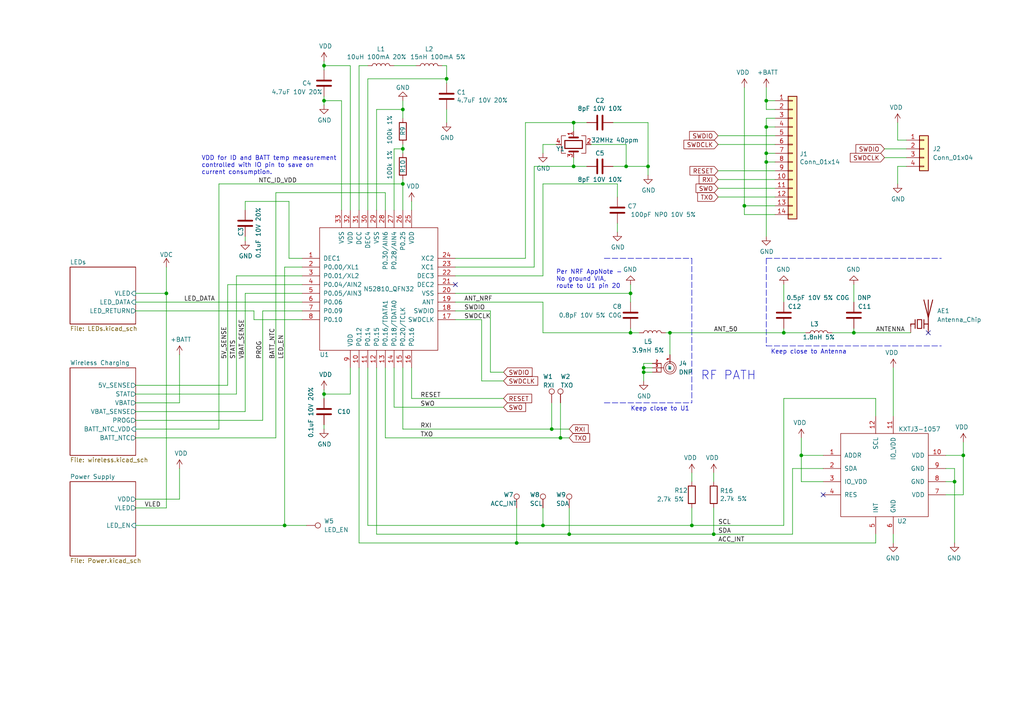
<source format=kicad_sch>
(kicad_sch (version 20211123) (generator eeschema)
  (paper "A4")
  (title_block (title "Pixels D20 Schematic, Main") (date "2022-08-26") (rev "13") (company "Systemic Games, LLC") (comment 1 "Main MCU, Accelerometer and Radio"))
  (lib_symbols
    (symbol "Connector_Generic:Conn_01x04" (pin_names (offset 1.016) hide)
      (property "Reference" "J" (at 0 5.08 0))
      (property "Value" "Conn_01x04" (at 0 -7.62 0))
      (symbol "Conn_01x04_1_1"
        (rectangle (start -1.27 -4.953) (end 0 -5.207) (stroke (width 0.1524)))
        (rectangle (start -1.27 -2.413) (end 0 -2.667) (stroke (width 0.1524)))
        (rectangle (start -1.27 0.127) (end 0 -0.127) (stroke (width 0.1524)))
        (rectangle (start -1.27 2.667) (end 0 2.413) (stroke (width 0.1524)))
        (rectangle (start -1.27 3.81) (end 1.27 -6.35) (stroke (width 0.254)) (fill (type background)))
        (pin passive line (at -5.08 2.54 0) (length 3.81) (name "Pin_1") (number "1"))
        (pin passive line (at -5.08 0 0) (length 3.81) (name "Pin_2") (number "2"))
        (pin passive line (at -5.08 -2.54 0) (length 3.81) (name "Pin_3") (number "3"))
        (pin passive line (at -5.08 -5.08 0) (length 3.81) (name "Pin_4") (number "4"))
      )
    )
    (symbol "Connector_Generic:Conn_01x14" (pin_names (offset 1.016) hide)
      (property "Reference" "J" (at 0 17.78 0))
      (property "Value" "Conn_01x14" (at 0 -20.32 0))
      (symbol "Conn_01x14_1_1"
        (rectangle (start -1.27 -17.653) (end 0 -17.907) (stroke (width 0.1524)))
        (rectangle (start -1.27 -15.113) (end 0 -15.367) (stroke (width 0.1524)))
        (rectangle (start -1.27 -12.573) (end 0 -12.827) (stroke (width 0.1524)))
        (rectangle (start -1.27 -10.033) (end 0 -10.287) (stroke (width 0.1524)))
        (rectangle (start -1.27 -7.493) (end 0 -7.747) (stroke (width 0.1524)))
        (rectangle (start -1.27 -4.953) (end 0 -5.207) (stroke (width 0.1524)))
        (rectangle (start -1.27 -2.413) (end 0 -2.667) (stroke (width 0.1524)))
        (rectangle (start -1.27 0.127) (end 0 -0.127) (stroke (width 0.1524)))
        (rectangle (start -1.27 2.667) (end 0 2.413) (stroke (width 0.1524)))
        (rectangle (start -1.27 5.207) (end 0 4.953) (stroke (width 0.1524)))
        (rectangle (start -1.27 7.747) (end 0 7.493) (stroke (width 0.1524)))
        (rectangle (start -1.27 10.287) (end 0 10.033) (stroke (width 0.1524)))
        (rectangle (start -1.27 12.827) (end 0 12.573) (stroke (width 0.1524)))
        (rectangle (start -1.27 15.367) (end 0 15.113) (stroke (width 0.1524)))
        (rectangle (start -1.27 16.51) (end 1.27 -19.05) (stroke (width 0.254)) (fill (type background)))
        (pin passive line (at -5.08 15.24 0) (length 3.81) (name "Pin_1") (number "1"))
        (pin passive line (at -5.08 -7.62 0) (length 3.81) (name "Pin_10") (number "10"))
        (pin passive line (at -5.08 -10.16 0) (length 3.81) (name "Pin_11") (number "11"))
        (pin passive line (at -5.08 -12.7 0) (length 3.81) (name "Pin_12") (number "12"))
        (pin passive line (at -5.08 -15.24 0) (length 3.81) (name "Pin_13") (number "13"))
        (pin passive line (at -5.08 -17.78 0) (length 3.81) (name "Pin_14") (number "14"))
        (pin passive line (at -5.08 12.7 0) (length 3.81) (name "Pin_2") (number "2"))
        (pin passive line (at -5.08 10.16 0) (length 3.81) (name "Pin_3") (number "3"))
        (pin passive line (at -5.08 7.62 0) (length 3.81) (name "Pin_4") (number "4"))
        (pin passive line (at -5.08 5.08 0) (length 3.81) (name "Pin_5") (number "5"))
        (pin passive line (at -5.08 2.54 0) (length 3.81) (name "Pin_6") (number "6"))
        (pin passive line (at -5.08 0 0) (length 3.81) (name "Pin_7") (number "7"))
        (pin passive line (at -5.08 -2.54 0) (length 3.81) (name "Pin_8") (number "8"))
        (pin passive line (at -5.08 -5.08 0) (length 3.81) (name "Pin_9") (number "9"))
      )
    )
    (symbol "Device:Antenna_Chip" (pin_numbers hide) (pin_names (offset 1.016) hide)
      (property "Reference" "AE" (at 0 5.08 0))
      (property "Value" "Antenna_Chip" (at 0 3.175 0))
      (symbol "Antenna_Chip_0_1"
        (polyline (pts (xy -2.54 0) (xy -2.54 -0.635)) (stroke (width 0.254)))
        (polyline (pts (xy -2.54 0) (xy -1.27 0)) (stroke (width 0.254)))
        (polyline (pts (xy 1.27 0) (xy 2.54 0)) (stroke (width 0.254)))
        (polyline (pts (xy 1.27 1.27) (xy 1.27 -1.27)) (stroke (width 0.254)))
        (polyline (pts (xy 2.54 -0.635) (xy 2.54 0)))
        (polyline (pts (xy 2.54 6.985) (xy 2.54 -1.905)) (stroke (width 0.254)))
        (polyline (pts (xy -1.27 1.27) (xy -1.27 -1.27) (xy -1.27 0)) (stroke (width 0.254)))
        (polyline (pts (xy 3.81 6.985) (xy 2.54 1.905) (xy 1.27 6.985)) (stroke (width 0.254)))
        (polyline (pts (xy -0.635 1.27) (xy 0.635 1.27) (xy 0.635 -1.27) (xy -0.635 -1.27) (xy -0.635 1.27)) (stroke (width 0.254)))
      )
      (symbol "Antenna_Chip_1_1"
        (pin input line (at -2.54 -2.54 90) (length 2.54) (name "FEED") (number "1"))
        (pin passive line (at 2.54 -2.54 90) (length 2.54) (name "PCB_Trace") (number "2"))
      )
    )
    (symbol "Device:C" (pin_numbers hide) (pin_names (offset 0.254))
      (property "Reference" "C" (at 0.635 2.54 0))
      (property "Value" "C" (at 0.635 -2.54 0))
      (symbol "C_0_1"
        (polyline (pts (xy -2.032 -0.762) (xy 2.032 -0.762)) (stroke (width 0.508)))
        (polyline (pts (xy -2.032 0.762) (xy 2.032 0.762)) (stroke (width 0.508)))
      )
      (symbol "C_1_1"
        (pin passive line (at 0 3.81 270) (length 2.794) (name "~") (number "1"))
        (pin passive line (at 0 -3.81 90) (length 2.794) (name "~") (number "2"))
      )
    )
    (symbol "Device:Crystal_GND24" (pin_names (offset 1.016) hide)
      (property "Reference" "Y" (at 3.175 5.08 0))
      (property "Value" "Crystal_GND24" (at 3.175 3.175 0))
      (symbol "Crystal_GND24_0_1"
        (rectangle (start -1.143 2.54) (end 1.143 -2.54) (stroke (width 0.3048)))
        (polyline (pts (xy -2.54 0) (xy -2.032 0)))
        (polyline (pts (xy -2.032 -1.27) (xy -2.032 1.27)) (stroke (width 0.508)))
        (polyline (pts (xy 0 -3.81) (xy 0 -3.556)))
        (polyline (pts (xy 0 3.556) (xy 0 3.81)))
        (polyline (pts (xy 2.032 -1.27) (xy 2.032 1.27)) (stroke (width 0.508)))
        (polyline (pts (xy 2.032 0) (xy 2.54 0)))
        (polyline (pts (xy -2.54 -2.286) (xy -2.54 -3.556) (xy 2.54 -3.556) (xy 2.54 -2.286)))
        (polyline (pts (xy -2.54 2.286) (xy -2.54 3.556) (xy 2.54 3.556) (xy 2.54 2.286)))
      )
      (symbol "Crystal_GND24_1_1"
        (pin passive line (at -3.81 0 0) (length 1.27) (name "1") (number "1"))
        (pin passive line (at 0 5.08 270) (length 1.27) (name "2") (number "2"))
        (pin passive line (at 3.81 0 180) (length 1.27) (name "3") (number "3"))
        (pin passive line (at 0 -5.08 90) (length 1.27) (name "4") (number "4"))
      )
    )
    (symbol "Device:L" (pin_numbers hide) (pin_names (offset 1.016) hide)
      (property "Reference" "L" (at -1.27 0 90))
      (property "Value" "L" (at 1.905 0 90))
      (symbol "L_0_1"
        (arc (start 0 -2.54) (mid 0.635 -1.905) (end 0 -1.27))
        (arc (start 0 -1.27) (mid 0.635 -0.635) (end 0 0))
        (arc (start 0 0) (mid 0.635 0.635) (end 0 1.27))
        (arc (start 0 1.27) (mid 0.635 1.905) (end 0 2.54))
      )
      (symbol "L_1_1"
        (pin passive line (at 0 3.81 270) (length 1.27) (name "1") (number "1"))
        (pin passive line (at 0 -3.81 90) (length 1.27) (name "2") (number "2"))
      )
    )
    (symbol "Device:R" (pin_numbers hide) (pin_names (offset 0))
      (property "Reference" "R" (at 2.032 0 90))
      (property "Value" "R" (at 0 0 90))
      (symbol "R_0_1"
        (rectangle (start -1.016 -2.54) (end 1.016 2.54) (stroke (width 0.254)))
      )
      (symbol "R_1_1"
        (pin passive line (at 0 3.81 270) (length 1.27) (name "~") (number "1"))
        (pin passive line (at 0 -3.81 90) (length 1.27) (name "~") (number "2"))
      )
    )
    (symbol "Pixels-dice:KXTJ3-1057" (pin_names (offset 1.016))
      (property "Reference" "U" (at 10.16 -12.7 0))
      (property "Value" "KXTJ3-1057" (at 8.89 13.97 0))
      (symbol "KXTJ3-1057_0_1"
        (rectangle (start -12.7 12.7) (end 12.7 -11.43))
      )
      (symbol "KXTJ3-1057_1_1"
        (pin input line (at -17.78 6.35 0) (length 5.08) (name "ADDR") (number "1"))
        (pin power_in line (at 17.78 6.35 180) (length 5.08) (name "VDD") (number "10"))
        (pin power_in line (at 2.54 17.78 270) (length 5.08) (name "IO_VDD") (number "11"))
        (pin input line (at -2.54 17.78 270) (length 5.08) (name "SCL") (number "12"))
        (pin bidirectional line (at -17.78 2.54 0) (length 5.08) (name "SDA") (number "2"))
        (pin power_in line (at -17.78 -1.27 0) (length 5.08) (name "IO_VDD") (number "3"))
        (pin passive line (at -17.78 -5.08 0) (length 5.08) (name "RES") (number "4"))
        (pin output line (at -2.54 -16.51 90) (length 5.08) (name "INT") (number "5"))
        (pin power_in line (at 2.54 -16.51 90) (length 5.08) (name "GND") (number "6"))
        (pin power_in line (at 17.78 -5.08 180) (length 5.08) (name "VDD") (number "7"))
        (pin power_in line (at 17.78 -1.27 180) (length 5.08) (name "GND") (number "8"))
        (pin power_in line (at 17.78 2.54 180) (length 5.08) (name "GND") (number "9"))
      )
    )
    (symbol "Pixels-dice:N52810_QFN32" (pin_names (offset 1.016))
      (property "Reference" "U" (at 13.97 -19.05 0))
      (property "Value" "N52810_QFN32" (at 2.54 0 0))
      (symbol "N52810_QFN32_0_1"
        (rectangle (start -17.78 17.78) (end 16.51 -17.78))
      )
      (symbol "N52810_QFN32_1_1"
        (pin power_out line (at -22.86 8.89 0) (length 5.08) (name "DEC1") (number "1"))
        (pin bidirectional line (at -6.35 -22.86 90) (length 5.08) (name "P0.12") (number "10"))
        (pin bidirectional line (at -3.81 -22.86 90) (length 5.08) (name "P0.14") (number "11"))
        (pin bidirectional line (at -1.27 -22.86 90) (length 5.08) (name "P0.15") (number "12"))
        (pin bidirectional line (at 1.27 -22.86 90) (length 5.08) (name "P0.16/TDATA1") (number "13"))
        (pin bidirectional line (at 3.81 -22.86 90) (length 5.08) (name "P0.18/TDATA0") (number "14"))
        (pin bidirectional line (at 6.35 -22.86 90) (length 5.08) (name "P0.20/TCLK") (number "15"))
        (pin bidirectional line (at 8.89 -22.86 90) (length 5.08) (name "P0.16") (number "16"))
        (pin bidirectional line (at 21.59 -8.89 180) (length 5.08) (name "SWDCLK") (number "17"))
        (pin bidirectional line (at 21.59 -6.35 180) (length 5.08) (name "SWDIO") (number "18"))
        (pin output line (at 21.59 -3.81 180) (length 5.08) (name "ANT") (number "19"))
        (pin bidirectional line (at -22.86 6.35 0) (length 5.08) (name "P0.00/XL1") (number "2"))
        (pin output line (at 21.59 -1.27 180) (length 5.08) (name "VSS") (number "20"))
        (pin output line (at 21.59 1.27 180) (length 5.08) (name "DEC2") (number "21"))
        (pin output line (at 21.59 3.81 180) (length 5.08) (name "DEC3") (number "22"))
        (pin output line (at 21.59 6.35 180) (length 5.08) (name "XC1") (number "23"))
        (pin input line (at 21.59 8.89 180) (length 5.08) (name "XC2") (number "24"))
        (pin power_in line (at 8.89 22.86 270) (length 5.08) (name "VDD") (number "25"))
        (pin bidirectional line (at 6.35 22.86 270) (length 5.08) (name "P0.25") (number "26"))
        (pin bidirectional line (at 3.81 22.86 270) (length 5.08) (name "P0.28/AIN4") (number "27"))
        (pin bidirectional line (at 1.27 22.86 270) (length 5.08) (name "P0.30/AIN6") (number "28"))
        (pin power_in line (at -1.27 22.86 270) (length 5.08) (name "VSS") (number "29"))
        (pin bidirectional line (at -22.86 3.81 0) (length 5.08) (name "P0.01/XL2") (number "3"))
        (pin output line (at -3.81 22.86 270) (length 5.08) (name "DEC4") (number "30"))
        (pin output line (at -6.35 22.86 270) (length 5.08) (name "DCC") (number "31"))
        (pin power_in line (at -8.89 22.86 270) (length 5.08) (name "VDD") (number "32"))
        (pin power_in line (at -11.43 22.86 270) (length 5.08) (name "VSS") (number "33"))
        (pin bidirectional line (at -22.86 1.27 0) (length 5.08) (name "P0.04/AIN2") (number "4"))
        (pin bidirectional line (at -22.86 -1.27 0) (length 5.08) (name "P0.05/AIN3") (number "5"))
        (pin bidirectional line (at -22.86 -3.81 0) (length 5.08) (name "P0.06") (number "6"))
        (pin bidirectional line (at -22.86 -6.35 0) (length 5.08) (name "P0.09") (number "7"))
        (pin bidirectional line (at -22.86 -8.89 0) (length 5.08) (name "P0.10") (number "8"))
        (pin power_in line (at -8.89 -22.86 90) (length 5.08) (name "VDD") (number "9"))
      )
    )
    (symbol "Pixels-dice:TEST_1P-conn" (pin_numbers hide) (pin_names (offset 0.762) hide)
      (property "Reference" "W" (at 0 6.858 0))
      (property "Value" "TEST_1P-conn" (at 0 5.08 0))
      (symbol "TEST_1P-conn_0_1"
        (circle (center 0 3.302) (radius 0.762))
      )
      (symbol "TEST_1P-conn_1_1"
        (pin passive line (at 0 0 90) (length 2.54) (name "1") (number "1"))
      )
    )
    (symbol "Pixels-dice:W.FL"
      (property "Reference" "J" (at 3.81 -1.27 0))
      (property "Value" "W.FL" (at 4.445 1.27 0))
      (symbol "W.FL_0_1"
        (polyline (pts (xy -1.27 -2.54) (xy 1.27 -2.54)))
        (polyline (pts (xy 0 -2.54) (xy 0 -1.905)))
        (circle (center 0 0) (radius 1.27))
        (circle (center 0 0) (radius 1.7961))
      )
      (symbol "W.FL_1_1"
        (pin passive line (at 1.27 -5.08 90) (length 2.54) (name "") (number "1"))
        (pin passive line (at -1.27 -5.08 90) (length 2.54) (name "") (number "2"))
        (pin passive line (at 0 -5.08 90) (length 2.54) (name "") (number "3"))
        (pin passive line (at -3.81 0 0) (length 2.54) (name "RF") (number "4"))
      )
    )
    (symbol "power:+BATT" (power) (pin_names (offset 0))
      (property "Value" "+BATT" (at 0 3.556 0))
      (symbol "+BATT_0_1"
        (polyline (pts (xy -0.762 1.27) (xy 0 2.54)))
        (polyline (pts (xy 0 0) (xy 0 2.54)))
        (polyline (pts (xy 0 2.54) (xy 0.762 1.27)))
      )
      (symbol "+BATT_1_1"
        (pin power_in line (at 0 0 90) (length 0) hide (name "+BATT") (number "1"))
      )
    )
    (symbol "power:GND" (power) (pin_names (offset 0))
      (property "Value" "GND" (at 0 -3.81 0))
      (symbol "GND_0_1"
        (polyline (pts (xy 0 0) (xy 0 -1.27) (xy 1.27 -1.27) (xy 0 -2.54) (xy -1.27 -1.27) (xy 0 -1.27)))
      )
      (symbol "GND_1_1"
        (pin power_in line (at 0 0 270) (length 0) hide (name "GND") (number "1"))
      )
    )
    (symbol "power:VDC" (power) (pin_names (offset 0))
      (property "Value" "VDC" (at 0 6.35 0))
      (symbol "VDC_0_1"
        (polyline (pts (xy -0.762 1.27) (xy 0 2.54)))
        (polyline (pts (xy 0 0) (xy 0 2.54)))
        (polyline (pts (xy 0 2.54) (xy 0.762 1.27)))
      )
      (symbol "VDC_1_1"
        (pin power_in line (at 0 0 90) (length 0) hide (name "VDC") (number "1"))
      )
    )
    (symbol "power:VDD" (power) (pin_names (offset 0))
      (property "Value" "VDD" (at 0 3.81 0))
      (symbol "VDD_0_1"
        (polyline (pts (xy -0.762 1.27) (xy 0 2.54)))
        (polyline (pts (xy 0 0) (xy 0 2.54)))
        (polyline (pts (xy 0 2.54) (xy 0.762 1.27)))
      )
      (symbol "VDD_1_1"
        (pin power_in line (at 0 0 90) (length 0) hide (name "VDD") (number "1"))
      )
    )
  )
  (junction (at 279.4 132.08))
  (junction (at 181.61 48.26))
  (junction (at 276.86 139.7))
  (junction (at 93.98 19.05))
  (junction (at 194.31 96.52))
  (junction (at 116.84 43.18))
  (junction (at 116.84 53.34))
  (junction (at 166.37 48.26))
  (junction (at 149.86 157.48))
  (junction (at 182.88 96.52))
  (junction (at 165.1 154.94))
  (junction (at 207.01 154.94))
  (junction (at 222.25 36.83))
  (junction (at 93.98 114.3))
  (junction (at 116.84 31.75))
  (junction (at 227.33 96.52))
  (junction (at 129.54 22.86))
  (junction (at 182.88 85.09))
  (junction (at 82.55 152.4))
  (junction (at 222.25 44.45))
  (junction (at 247.65 96.52))
  (junction (at 222.25 29.21))
  (junction (at 187.96 48.26))
  (junction (at 222.25 46.99))
  (junction (at 48.26 85.09))
  (junction (at 162.56 127))
  (junction (at 232.41 132.08))
  (junction (at 215.9 59.69))
  (junction (at 157.48 152.4))
  (junction (at 160.02 124.46))
  (junction (at 93.98 29.21))
  (junction (at 200.66 152.4))
  (junction (at 186.69 107.95))
  (junction (at 166.37 35.56))
  (junction (at 186.69 106.68))
  (no_connect (at 132.08 82.55))
  (no_connect (at 238.76 143.51))
  (no_connect (at 269.24 96.52))
  (wire (pts (xy 99.06 29.21) (xy 93.98 29.21)))
  (wire (pts (xy 99.06 60.96) (xy 99.06 29.21)))
  (wire (pts (xy 222.25 34.29) (xy 222.25 36.83)))
  (wire (pts (xy 207.01 137.16) (xy 207.01 139.7)))
  (wire (pts (xy 149.86 147.32) (xy 149.86 157.48)))
  (wire (pts (xy 109.22 31.75) (xy 109.22 60.96)))
  (wire (pts (xy 181.61 41.91) (xy 181.61 48.26)))
  (wire (pts (xy 116.84 29.21) (xy 116.84 31.75)))
  (wire (pts (xy 116.84 53.34) (xy 116.84 60.96)))
  (wire (pts (xy 68.58 80.01) (xy 68.58 114.3)))
  (wire (pts (xy 154.94 77.47) (xy 154.94 48.26)))
  (wire (pts (xy 93.98 19.05) (xy 93.98 20.32)))
  (wire (pts (xy 232.41 139.7) (xy 232.41 132.08)))
  (wire (pts (xy 279.4 143.51) (xy 274.32 143.51)))
  (wire (pts (xy 101.6 19.05) (xy 93.98 19.05)))
  (wire (pts (xy 177.8 48.26) (xy 181.61 48.26)))
  (wire (pts (xy 157.48 80.01) (xy 132.08 80.01)))
  (wire (pts (xy 139.7 110.49) (xy 146.05 110.49)))
  (wire (pts (xy 132.08 74.93) (xy 152.4 74.93)))
  (wire (pts (xy 238.76 135.89) (xy 229.87 135.89)))
  (wire (pts (xy 207.01 147.32) (xy 207.01 154.94)))
  (polyline (pts (xy 222.25 74.93) (xy 222.25 100.33)))
  (wire (pts (xy 187.96 35.56) (xy 187.96 48.26)))
  (wire (pts (xy 224.79 46.99) (xy 222.25 46.99)))
  (wire (pts (xy 160.02 124.46) (xy 165.1 124.46)))
  (wire (pts (xy 166.37 35.56) (xy 170.18 35.56)))
  (wire (pts (xy 189.23 106.68) (xy 186.69 106.68)))
  (wire (pts (xy 259.08 154.94) (xy 259.08 157.48)))
  (wire (pts (xy 39.37 114.3) (xy 68.58 114.3)))
  (polyline (pts (xy 222.25 100.33) (xy 273.05 100.33)))
  (wire (pts (xy 132.08 87.63) (xy 157.48 87.63)))
  (wire (pts (xy 208.28 41.91) (xy 224.79 41.91)))
  (wire (pts (xy 39.37 147.32) (xy 48.26 147.32)))
  (wire (pts (xy 215.9 59.69) (xy 215.9 62.23)))
  (wire (pts (xy 116.84 124.46) (xy 116.84 106.68)))
  (wire (pts (xy 39.37 90.17) (xy 73.66 90.17)))
  (wire (pts (xy 162.56 127) (xy 165.1 127)))
  (wire (pts (xy 80.01 55.88) (xy 111.76 55.88)))
  (wire (pts (xy 186.69 105.41) (xy 186.69 106.68)))
  (wire (pts (xy 111.76 55.88) (xy 111.76 60.96)))
  (wire (pts (xy 129.54 31.75) (xy 129.54 35.56)))
  (wire (pts (xy 39.37 111.76) (xy 66.04 111.76)))
  (wire (pts (xy 93.98 114.3) (xy 93.98 115.57)))
  (wire (pts (xy 132.08 85.09) (xy 182.88 85.09)))
  (wire (pts (xy 256.54 43.18) (xy 262.89 43.18)))
  (wire (pts (xy 149.86 157.48) (xy 254 157.48)))
  (wire (pts (xy 66.04 82.55) (xy 66.04 111.76)))
  (wire (pts (xy 224.79 59.69) (xy 215.9 59.69)))
  (wire (pts (xy 73.66 90.17) (xy 73.66 92.71)))
  (wire (pts (xy 274.32 139.7) (xy 276.86 139.7)))
  (wire (pts (xy 157.48 96.52) (xy 182.88 96.52)))
  (wire (pts (xy 152.4 74.93) (xy 152.4 35.56)))
  (wire (pts (xy 106.68 106.68) (xy 106.68 152.4)))
  (wire (pts (xy 132.08 90.17) (xy 142.24 90.17)))
  (wire (pts (xy 114.3 106.68) (xy 114.3 118.11)))
  (wire (pts (xy 101.6 60.96) (xy 101.6 19.05)))
  (wire (pts (xy 254 120.65) (xy 254 115.57)))
  (wire (pts (xy 222.25 31.75) (xy 224.79 31.75)))
  (wire (pts (xy 93.98 114.3) (xy 93.98 113.03)))
  (wire (pts (xy 189.23 107.95) (xy 186.69 107.95)))
  (wire (pts (xy 142.24 107.95) (xy 146.05 107.95)))
  (wire (pts (xy 222.25 29.21) (xy 222.25 31.75)))
  (wire (pts (xy 161.29 41.91) (xy 157.48 41.91)))
  (wire (pts (xy 160.02 116.84) (xy 160.02 124.46)))
  (wire (pts (xy 256.54 45.72) (xy 262.89 45.72)))
  (wire (pts (xy 222.25 44.45) (xy 222.25 46.99)))
  (wire (pts (xy 129.54 22.86) (xy 129.54 24.13)))
  (wire (pts (xy 52.07 144.78) (xy 52.07 135.89)))
  (wire (pts (xy 186.69 106.68) (xy 186.69 107.95)))
  (wire (pts (xy 194.31 96.52) (xy 194.31 102.87)))
  (wire (pts (xy 104.14 60.96) (xy 104.14 19.05)))
  (wire (pts (xy 114.3 60.96) (xy 114.3 43.18)))
  (wire (pts (xy 39.37 87.63) (xy 87.63 87.63)))
  (wire (pts (xy 128.27 19.05) (xy 129.54 19.05)))
  (wire (pts (xy 129.54 22.86) (xy 106.68 22.86)))
  (wire (pts (xy 165.1 154.94) (xy 207.01 154.94)))
  (wire (pts (xy 260.35 48.26) (xy 260.35 53.34)))
  (wire (pts (xy 208.28 49.53) (xy 224.79 49.53)))
  (wire (pts (xy 232.41 132.08) (xy 238.76 132.08)))
  (wire (pts (xy 193.04 96.52) (xy 194.31 96.52)))
  (wire (pts (xy 177.8 35.56) (xy 187.96 35.56)))
  (wire (pts (xy 222.25 36.83) (xy 222.25 44.45)))
  (wire (pts (xy 76.2 121.92) (xy 39.37 121.92)))
  (wire (pts (xy 39.37 85.09) (xy 48.26 85.09)))
  (wire (pts (xy 274.32 135.89) (xy 276.86 135.89)))
  (wire (pts (xy 279.4 132.08) (xy 279.4 143.51)))
  (wire (pts (xy 114.3 43.18) (xy 116.84 43.18)))
  (polyline (pts (xy 175.26 116.84) (xy 200.66 116.84)))
  (wire (pts (xy 73.66 92.71) (xy 87.63 92.71)))
  (wire (pts (xy 154.94 48.26) (xy 166.37 48.26)))
  (wire (pts (xy 247.65 82.55) (xy 247.65 87.63)))
  (wire (pts (xy 232.41 132.08) (xy 232.41 127)))
  (wire (pts (xy 101.6 114.3) (xy 93.98 114.3)))
  (wire (pts (xy 111.76 127) (xy 162.56 127)))
  (wire (pts (xy 227.33 96.52) (xy 233.68 96.52)))
  (wire (pts (xy 194.31 96.52) (xy 227.33 96.52)))
  (wire (pts (xy 227.33 115.57) (xy 227.33 152.4)))
  (wire (pts (xy 276.86 139.7) (xy 276.86 157.48)))
  (wire (pts (xy 82.55 77.47) (xy 82.55 152.4)))
  (wire (pts (xy 200.66 137.16) (xy 200.66 139.7)))
  (polyline (pts (xy 200.66 74.93) (xy 200.66 116.84)))
  (wire (pts (xy 88.9 152.4) (xy 82.55 152.4)))
  (wire (pts (xy 222.25 34.29) (xy 224.79 34.29)))
  (wire (pts (xy 166.37 48.26) (xy 170.18 48.26)))
  (wire (pts (xy 215.9 62.23) (xy 224.79 62.23)))
  (wire (pts (xy 222.25 46.99) (xy 222.25 68.58)))
  (wire (pts (xy 182.88 82.55) (xy 182.88 85.09)))
  (wire (pts (xy 116.84 124.46) (xy 160.02 124.46)))
  (wire (pts (xy 179.07 53.34) (xy 179.07 57.15)))
  (wire (pts (xy 93.98 29.21) (xy 93.98 30.48)))
  (wire (pts (xy 119.38 106.68) (xy 119.38 115.57)))
  (wire (pts (xy 208.28 57.15) (xy 224.79 57.15)))
  (wire (pts (xy 157.48 152.4) (xy 200.66 152.4)))
  (wire (pts (xy 152.4 35.56) (xy 166.37 35.56)))
  (wire (pts (xy 39.37 144.78) (xy 52.07 144.78)))
  (wire (pts (xy 186.69 107.95) (xy 186.69 110.49)))
  (wire (pts (xy 39.37 119.38) (xy 71.12 119.38)))
  (wire (pts (xy 129.54 19.05) (xy 129.54 22.86)))
  (wire (pts (xy 241.3 96.52) (xy 247.65 96.52)))
  (wire (pts (xy 48.26 85.09) (xy 48.26 147.32)))
  (wire (pts (xy 82.55 77.47) (xy 87.63 77.47)))
  (wire (pts (xy 200.66 152.4) (xy 227.33 152.4)))
  (wire (pts (xy 109.22 154.94) (xy 165.1 154.94)))
  (wire (pts (xy 119.38 58.42) (xy 119.38 60.96)))
  (wire (pts (xy 82.55 152.4) (xy 39.37 152.4)))
  (wire (pts (xy 208.28 54.61) (xy 224.79 54.61)))
  (wire (pts (xy 87.63 82.55) (xy 66.04 82.55)))
  (wire (pts (xy 116.84 52.07) (xy 116.84 53.34)))
  (wire (pts (xy 104.14 19.05) (xy 106.68 19.05)))
  (wire (pts (xy 227.33 82.55) (xy 227.33 87.63)))
  (wire (pts (xy 87.63 80.01) (xy 68.58 80.01)))
  (wire (pts (xy 104.14 157.48) (xy 149.86 157.48)))
  (wire (pts (xy 139.7 92.71) (xy 139.7 110.49)))
  (wire (pts (xy 39.37 127) (xy 80.01 127)))
  (wire (pts (xy 171.45 41.91) (xy 181.61 41.91)))
  (polyline (pts (xy 175.26 74.93) (xy 200.66 74.93)))
  (wire (pts (xy 93.98 19.05) (xy 93.98 17.78)))
  (wire (pts (xy 48.26 85.09) (xy 48.26 77.47)))
  (wire (pts (xy 157.48 87.63) (xy 157.48 96.52)))
  (polyline (pts (xy 222.25 74.93) (xy 273.05 74.93)))
  (wire (pts (xy 132.08 92.71) (xy 139.7 92.71)))
  (wire (pts (xy 165.1 147.32) (xy 165.1 154.94)))
  (wire (pts (xy 229.87 135.89) (xy 229.87 154.94)))
  (wire (pts (xy 224.79 44.45) (xy 222.25 44.45)))
  (wire (pts (xy 71.12 68.58) (xy 71.12 69.85)))
  (wire (pts (xy 146.05 115.57) (xy 119.38 115.57)))
  (wire (pts (xy 116.84 43.18) (xy 116.84 44.45)))
  (wire (pts (xy 222.25 25.4) (xy 222.25 29.21)))
  (wire (pts (xy 162.56 116.84) (xy 162.56 127)))
  (wire (pts (xy 260.35 40.64) (xy 262.89 40.64)))
  (wire (pts (xy 157.48 147.32) (xy 157.48 152.4)))
  (wire (pts (xy 83.82 58.42) (xy 71.12 58.42)))
  (wire (pts (xy 63.5 53.34) (xy 63.5 124.46)))
  (wire (pts (xy 182.88 95.25) (xy 182.88 96.52)))
  (wire (pts (xy 142.24 90.17) (xy 142.24 107.95)))
  (wire (pts (xy 109.22 31.75) (xy 116.84 31.75)))
  (wire (pts (xy 279.4 128.27) (xy 279.4 132.08)))
  (wire (pts (xy 87.63 74.93) (xy 83.82 74.93)))
  (wire (pts (xy 93.98 27.94) (xy 93.98 29.21)))
  (wire (pts (xy 157.48 53.34) (xy 157.48 80.01)))
  (wire (pts (xy 254 154.94) (xy 254 157.48)))
  (wire (pts (xy 106.68 22.86) (xy 106.68 60.96)))
  (wire (pts (xy 71.12 85.09) (xy 71.12 119.38)))
  (wire (pts (xy 181.61 48.26) (xy 187.96 48.26)))
  (wire (pts (xy 83.82 74.93) (xy 83.82 58.42)))
  (wire (pts (xy 247.65 96.52) (xy 264.16 96.52)))
  (wire (pts (xy 207.01 154.94) (xy 229.87 154.94)))
  (wire (pts (xy 260.35 35.56) (xy 260.35 40.64)))
  (wire (pts (xy 76.2 90.17) (xy 76.2 121.92)))
  (wire (pts (xy 116.84 41.91) (xy 116.84 43.18)))
  (wire (pts (xy 182.88 96.52) (xy 185.42 96.52)))
  (wire (pts (xy 80.01 55.88) (xy 80.01 127)))
  (wire (pts (xy 116.84 31.75) (xy 116.84 34.29)))
  (wire (pts (xy 39.37 116.84) (xy 52.07 116.84)))
  (wire (pts (xy 182.88 85.09) (xy 182.88 87.63)))
  (wire (pts (xy 104.14 106.68) (xy 104.14 157.48)))
  (wire (pts (xy 179.07 64.77) (xy 179.07 67.31)))
  (wire (pts (xy 157.48 41.91) (xy 157.48 44.45)))
  (wire (pts (xy 63.5 124.46) (xy 39.37 124.46)))
  (wire (pts (xy 63.5 53.34) (xy 116.84 53.34)))
  (wire (pts (xy 114.3 19.05) (xy 120.65 19.05)))
  (wire (pts (xy 187.96 48.26) (xy 187.96 50.8)))
  (wire (pts (xy 166.37 45.72) (xy 166.37 48.26)))
  (wire (pts (xy 208.28 39.37) (xy 224.79 39.37)))
  (wire (pts (xy 166.37 38.1) (xy 166.37 35.56)))
  (wire (pts (xy 279.4 132.08) (xy 274.32 132.08)))
  (wire (pts (xy 254 115.57) (xy 227.33 115.57)))
  (wire (pts (xy 179.07 53.34) (xy 157.48 53.34)))
  (wire (pts (xy 238.76 139.7) (xy 232.41 139.7)))
  (wire (pts (xy 87.63 90.17) (xy 76.2 90.17)))
  (wire (pts (xy 247.65 95.25) (xy 247.65 96.52)))
  (wire (pts (xy 146.05 118.11) (xy 114.3 118.11)))
  (wire (pts (xy 260.35 48.26) (xy 262.89 48.26)))
  (wire (pts (xy 71.12 58.42) (xy 71.12 60.96)))
  (wire (pts (xy 224.79 36.83) (xy 222.25 36.83)))
  (wire (pts (xy 111.76 127) (xy 111.76 106.68)))
  (wire (pts (xy 109.22 106.68) (xy 109.22 154.94)))
  (wire (pts (xy 215.9 25.4) (xy 215.9 59.69)))
  (wire (pts (xy 276.86 135.89) (xy 276.86 139.7)))
  (wire (pts (xy 259.08 106.68) (xy 259.08 120.65)))
  (wire (pts (xy 189.23 105.41) (xy 186.69 105.41)))
  (wire (pts (xy 222.25 29.21) (xy 224.79 29.21)))
  (wire (pts (xy 132.08 77.47) (xy 154.94 77.47)))
  (wire (pts (xy 200.66 147.32) (xy 200.66 152.4)))
  (wire (pts (xy 101.6 106.68) (xy 101.6 114.3)))
  (wire (pts (xy 52.07 102.87) (xy 52.07 116.84)))
  (wire (pts (xy 87.63 85.09) (xy 71.12 85.09)))
  (wire (pts (xy 208.28 52.07) (xy 224.79 52.07)))
  (wire (pts (xy 227.33 95.25) (xy 227.33 96.52)))
  (wire (pts (xy 106.68 152.4) (xy 157.48 152.4)))
  (wire (pts (xy 93.98 123.19) (xy 93.98 124.46)))
  (text "Per NRF AppNote -\nNo ground VIA,\nroute to U1 pin 20" (at 161.29 83.82 0) (effects (font (size 1.27 1.27)) (justify left bottom)))
  (text "RF PATH" (at 203.2 110.49 0) (effects (font (size 2.54 2.54)) (justify left bottom)))
  (text "Keep close to Antenna" (at 223.52 102.87 0) (effects (font (size 1.27 1.27)) (justify left bottom)))
  (text "VDD for ID and BATT temp measurement\ncontrolled with IO pin to save on\ncurrent consumption." (at 58.42 50.8 0) (effects (font (size 1.27 1.27)) (justify left bottom)))
  (text "Keep close to U1" (at 182.88 119.38 0) (effects (font (size 1.27 1.27)) (justify left bottom)))
  (label "BATT_NTC" (at 80.01 104.14 90))
  (label "TXO" (at 121.92 127 0))
  (label "PROG" (at 76.2 104.14 90))
  (label "ACC_INT" (at 208.28 157.48 0))
  (label "ANT_50" (at 207.01 96.52 0))
  (label "SWDCLK" (at 134.62 92.71 0))
  (label "NTC_ID_VDD" (at 74.93 53.34 0))
  (label "VBAT_SENSE" (at 71.12 104.14 90))
  (label "5V_SENSE" (at 66.04 104.14 90))
  (label "ANT_NRF" (at 134.62 87.63 0))
  (label "SDA" (at 208.28 154.94 0))
  (label "LED_EN" (at 82.55 104.14 90))
  (label "ANTENNA" (at 254 96.52 0))
  (label "RXI" (at 121.92 124.46 0))
  (label "SWDIO" (at 134.62 90.17 0))
  (label "SWO" (at 121.92 118.11 0))
  (label "LED_DATA" (at 53.34 87.63 0))
  (label "RESET" (at 121.92 115.57 0))
  (label "SCL" (at 208.28 152.4 0))
  (label "VLED" (at 41.91 147.32 0))
  (label "STATS" (at 68.58 104.14 90))
  (global_label "TXO" (shape input) (at 165.1 127 0) (property "Intersheet References" "${INTERSHEET_REFS}" (effects hide)))
  (global_label "RESET" (shape input) (at 208.28 49.53 180) (property "Intersheet References" "${INTERSHEET_REFS}" (effects hide)))
  (global_label "SWDIO" (shape input) (at 146.05 107.95 0) (property "Intersheet References" "${INTERSHEET_REFS}" (effects hide)))
  (global_label "RXI" (shape input) (at 208.28 52.07 180) (property "Intersheet References" "${INTERSHEET_REFS}" (effects hide)))
  (global_label "SWDCLK" (shape input) (at 256.54 45.72 180) (property "Intersheet References" "${INTERSHEET_REFS}" (effects hide)))
  (global_label "SWO" (shape input) (at 146.05 118.11 0) (property "Intersheet References" "${INTERSHEET_REFS}" (effects hide)))
  (global_label "SWDCLK" (shape input) (at 146.05 110.49 0) (property "Intersheet References" "${INTERSHEET_REFS}" (effects hide)))
  (global_label "TXO" (shape input) (at 208.28 57.15 180) (property "Intersheet References" "${INTERSHEET_REFS}" (effects hide)))
  (global_label "RESET" (shape input) (at 146.05 115.57 0) (property "Intersheet References" "${INTERSHEET_REFS}" (effects hide)))
  (global_label "SWDIO" (shape input) (at 256.54 43.18 180) (property "Intersheet References" "${INTERSHEET_REFS}" (effects hide)))
  (global_label "SWO" (shape input) (at 208.28 54.61 180) (property "Intersheet References" "${INTERSHEET_REFS}" (effects hide)))
  (global_label "RXI" (shape input) (at 165.1 124.46 0) (property "Intersheet References" "${INTERSHEET_REFS}" (effects hide)))
  (global_label "SWDCLK" (shape input) (at 208.28 41.91 180) (property "Intersheet References" "${INTERSHEET_REFS}" (effects hide)))
  (global_label "SWDIO" (shape input) (at 208.28 39.37 180) (property "Intersheet References" "${INTERSHEET_REFS}" (effects hide)))
  (symbol (lib_id "power:GND") (at 93.98 124.46 0) (unit 1)
    (property "Reference" "#PWR016" (effects hide))
    (property "Value" "GND" (at 94.107 128.8542 0))
  )
  (symbol (lib_id "power:VDD") (at 93.98 113.03 0) (unit 1)
    (property "Reference" "#PWR014" (effects hide))
    (property "Value" "VDD" (at 94.4118 108.6358 0))
  )
  (symbol (lib_id "Device:C") (at 93.98 119.38 0) (unit 1)
    (property "Reference" "C10" (at 97.79 119.38 0) (effects (justify left)))
    (property "Value" "0.1uF 10V 20%" (at 90.17 127 90) (effects (justify left)))
    (property "Footprint" "Pixels-dice:C_0402_1005Metric" (effects hide))
    (property "Generic OK" "YES" (effects hide))
    (property "Pixels Part Number" "SMD-C005" (effects hide))
    (property "Manufacturer" "Murata" (effects hide))
    (property "Manufacturer Part Number" "GRM155R61H104KE19D" (effects hide))
  )
  (symbol (lib_id "power:GND") (at 93.98 30.48 0) (unit 1)
    (property "Reference" "#PWR08" (effects hide))
    (property "Value" "GND" (at 94.107 34.8742 0))
  )
  (symbol (lib_id "power:VDD") (at 93.98 17.78 0) (unit 1)
    (property "Reference" "#PWR01" (effects hide))
    (property "Value" "VDD" (at 94.4118 13.3858 0))
  )
  (symbol (lib_id "Device:C") (at 93.98 24.13 0) (unit 1)
    (property "Reference" "C4" (at 87.63 24.13 0) (effects (justify left)))
    (property "Value" "4.7uF 10V 20%" (at 78.74 26.67 0) (effects (justify left)))
    (property "Footprint" "Pixels-dice:C_0402_1005Metric" (effects hide))
    (property "Generic OK" "YES" (effects hide))
    (property "Pixels Part Number" "SMD-C002" (effects hide))
    (property "Manufacturer" "Murata" (effects hide))
    (property "Manufacturer Part Number" "GRM155R61A475MEAAJ" (effects hide))
  )
  (symbol (lib_id "power:GND") (at 71.12 69.85 0) (unit 1)
    (property "Reference" "#PWR05" (effects hide))
    (property "Value" "GND" (at 71.247 74.2442 0))
  )
  (symbol (lib_id "Device:C") (at 71.12 64.77 0) (unit 1)
    (property "Reference" "C3" (at 69.85 68.58 90) (effects (justify left)))
    (property "Value" "0.1uF 10V 20%" (at 74.93 74.93 90) (effects (justify left)))
    (property "Footprint" "Pixels-dice:C_0402_1005Metric" (effects hide))
    (property "Generic OK" "YES" (effects hide))
    (property "Pixels Part Number" "SMD-C005" (effects hide))
    (property "Manufacturer" "Murata" (effects hide))
    (property "Manufacturer Part Number" "GRM155R61H104KE19D" (effects hide))
  )
  (symbol (lib_id "Device:L") (at 110.49 19.05 90) (unit 1)
    (property "Reference" "L1" (at 110.49 14.224 90))
    (property "Value" "10uH 100mA 20%" (at 109.22 16.51 90))
    (property "Footprint" "Inductor_SMD:L_0805_2012Metric" (effects hide))
    (property "Generic OK" "YES" (effects hide))
    (property "Pixels Part Number" "SMD-L001" (effects hide))
    (property "Manufacturer" "Murata" (effects hide))
    (property "Manufacturer Part Number" "LQM21FN100M80L" (effects hide))
  )
  (symbol (lib_id "Device:L") (at 124.46 19.05 90) (unit 1)
    (property "Reference" "L2" (at 124.46 14.224 90))
    (property "Value" "15nH 100mA 5%" (at 127 16.51 90))
    (property "Footprint" "Inductor_SMD:L_0402_1005Metric" (effects hide))
    (property "Generic OK" "YES" (effects hide))
    (property "Pixels Part Number" "SMD-L002" (effects hide))
    (property "Manufacturer" "Murata" (effects hide))
    (property "Manufacturer Part Number" "LQG15HS15NJ02D" (effects hide))
  )
  (symbol (lib_id "Device:C") (at 129.54 27.94 0) (unit 1)
    (property "Reference" "C1" (at 132.461 26.7716 0) (effects (justify left)))
    (property "Value" "4.7uF 10V 20%" (at 132.461 29.083 0) (effects (justify left)))
    (property "Footprint" "Pixels-dice:C_0402_1005Metric" (effects hide))
    (property "Generic OK" "YES" (effects hide))
    (property "Pixels Part Number" "SMD-C002" (effects hide))
    (property "Manufacturer" "Murata" (effects hide))
    (property "Manufacturer Part Number" "GRM155R61A475MEAAJ" (effects hide))
  )
  (symbol (lib_id "power:GND") (at 129.54 35.56 0) (unit 1)
    (property "Reference" "#PWR03" (effects hide))
    (property "Value" "GND" (at 129.667 39.9542 0))
  )
  (symbol (lib_id "Device:Crystal_GND24") (at 166.37 41.91 270) (unit 1)
    (property "Reference" "Y1" (at 161.29 43.18 90) (effects (justify left)))
    (property "Value" "32MHz 40ppm" (at 171.45 40.64 90) (effects (justify left)))
    (property "Footprint" "Pixels-dice:Crystal_SMD_2016-4Pin_2.0x1.6mm" (effects hide))
    (property "Generic OK" "YES" (effects hide))
    (property "Manufacturer" "Murata" (effects hide))
    (property "Manufacturer Part Number" "XRCGB32M000F2P00R0" (effects hide))
    (property "Pixels Part Number" "SMD-Y001" (effects hide))
  )
  (symbol (lib_id "Device:C") (at 173.99 35.56 270) (unit 1)
    (property "Reference" "C2" (at 173.99 29.1592 90))
    (property "Value" "8pF 10V 10%" (at 173.99 31.4706 90))
    (property "Footprint" "Pixels-dice:C_0402_1005Metric" (effects hide))
    (property "Generic OK" "YES" (effects hide))
    (property "Pixels Part Number" "SMD-C001" (effects hide))
    (property "Manufacturer" "Murata" (effects hide))
    (property "Manufacturer Part Number" "GRT1555C2A8R0DA02" (effects hide))
  )
  (symbol (lib_id "Device:C") (at 173.99 48.26 270) (unit 1)
    (property "Reference" "C5" (at 173.99 44.45 90))
    (property "Value" "8pF 10V 10%" (at 173.99 52.07 90))
    (property "Footprint" "Pixels-dice:C_0402_1005Metric" (effects hide))
    (property "Generic OK" "YES" (effects hide))
    (property "Pixels Part Number" "SMD-C001" (effects hide))
    (property "Manufacturer" "Murata" (effects hide))
    (property "Manufacturer Part Number" "GRT1555C2A8R0DA02" (effects hide))
  )
  (symbol (lib_id "power:GND") (at 187.96 50.8 0) (unit 1)
    (property "Reference" "#PWR09" (effects hide))
    (property "Value" "GND" (at 188.087 55.1942 0))
  )
  (symbol (lib_id "power:GND") (at 179.07 67.31 0) (unit 1)
    (property "Reference" "#PWR011" (effects hide))
    (property "Value" "GND" (at 179.197 71.7042 0))
  )
  (symbol (lib_id "Device:C") (at 179.07 60.96 0) (unit 1)
    (property "Reference" "C7" (at 181.991 59.7916 0) (effects (justify left)))
    (property "Value" "100pF NP0 10V 5%" (at 182.88 62.23 0) (effects (justify left)))
    (property "Footprint" "Pixels-dice:C_0402_1005Metric" (effects hide))
    (property "Generic OK" "YES" (effects hide))
    (property "Pixels Part Number" "SMD-C003" (effects hide))
    (property "Manufacturer" "Murata" (effects hide))
    (property "Manufacturer Part Number" "GCM1555C1H101JA16J" (effects hide))
  )
  (symbol (lib_id "Device:C") (at 182.88 91.44 180) (unit 1)
    (property "Reference" "C8" (at 180.34 88.9 0) (effects (justify left)))
    (property "Value" "0.8pF 10V 5% C0G" (at 180.34 91.44 0) (effects (justify left)))
    (property "Footprint" "Pixels-dice:0402_RF" (effects hide))
    (property "Generic OK" "YES" (effects hide))
    (property "Pixels Part Number" "SMD-C004" (effects hide))
    (property "Manufacturer" "Murata" (effects hide))
    (property "Manufacturer Part Number" "GJM1555C1HR80BB01" (effects hide))
  )
  (symbol (lib_id "power:GND") (at 182.88 82.55 180) (unit 1)
    (property "Reference" "#PWR012" (effects hide))
    (property "Value" "GND" (at 182.753 78.1558 0))
  )
  (symbol (lib_id "power:GND") (at 157.48 44.45 0) (unit 1)
    (property "Reference" "#PWR06" (effects hide))
    (property "Value" "GND" (at 157.607 48.8442 0))
  )
  (symbol (lib_id "power:VDD") (at 52.07 135.89 0) (unit 1)
    (property "Reference" "#PWR021" (effects hide))
    (property "Value" "VDD" (at 52.5018 131.4958 0))
  )
  (symbol (lib_id "Pixels-dice:TEST_1P-conn") (at 160.02 116.84 0) (unit 1)
    (property "Reference" "W1" (at 157.48 109.22 0) (effects (justify left)))
    (property "Value" "RXI" (at 157.48 111.76 0) (effects (justify left)))
    (property "Footprint" "Pixels-dice:TEST_PIN" (effects hide))
    (property "Generic OK" "N/A" (effects hide))
  )
  (symbol (lib_id "Pixels-dice:TEST_1P-conn") (at 162.56 116.84 0) (unit 1)
    (property "Reference" "W2" (at 162.56 109.22 0) (effects (justify left)))
    (property "Value" "TXO" (at 162.56 111.76 0) (effects (justify left)))
    (property "Footprint" "Pixels-dice:TEST_PIN" (effects hide))
    (property "Generic OK" "N/A" (effects hide))
  )
  (symbol (lib_id "Pixels-dice:TEST_1P-conn") (at 88.9 152.4 270) (unit 1)
    (property "Reference" "W5" (at 93.98 151.13 90) (effects (justify left)))
    (property "Value" "LED_EN" (at 93.98 153.67 90) (effects (justify left)))
    (property "Footprint" "Pixels-dice:TEST_PIN" (effects hide))
    (property "Generic OK" "N/A" (effects hide))
  )
  (symbol (lib_id "Pixels-dice:TEST_1P-conn") (at 149.86 147.32 0) (unit 1)
    (property "Reference" "W7" (at 146.05 143.51 0) (effects (justify left)))
    (property "Value" "ACC_INT" (at 142.24 146.05 0) (effects (justify left)))
    (property "Footprint" "Pixels-dice:TEST_PIN" (effects hide))
    (property "Generic OK" "N/A" (effects hide))
  )
  (symbol (lib_id "Pixels-dice:TEST_1P-conn") (at 157.48 147.32 0) (unit 1)
    (property "Reference" "W8" (at 153.67 143.51 0) (effects (justify left)))
    (property "Value" "SCL" (at 153.67 146.05 0) (effects (justify left)))
    (property "Footprint" "Pixels-dice:TEST_PIN" (effects hide))
    (property "Generic OK" "N/A" (effects hide))
  )
  (symbol (lib_id "Pixels-dice:TEST_1P-conn") (at 165.1 147.32 0) (unit 1)
    (property "Reference" "W9" (at 161.29 143.51 0) (effects (justify left)))
    (property "Value" "SDA" (at 161.29 146.05 0) (effects (justify left)))
    (property "Footprint" "Pixels-dice:TEST_PIN" (effects hide))
    (property "Generic OK" "N/A" (effects hide))
  )
  (symbol (lib_id "Pixels-dice:N52810_QFN32") (at 110.49 83.82 0) (unit 1)
    (property "Reference" "U1" (at 92.71 102.87 0) (effects (justify left)))
    (property "Value" "N52810_QFN32" (at 105.41 83.82 0) (effects (justify left)))
    (property "Footprint" "Package_DFN_QFN:QFN-32-1EP_5x5mm_P0.5mm_EP3.1x3.1mm" (effects hide))
    (property "Generic OK" "NO" (effects hide))
    (property "Manufacturer" "Nordic Semiconductor" (effects hide))
    (property "Manufacturer Part Number" "NRF52810-QCAA-R" (effects hide))
    (property "Pixels Part Number" "SMD-U001" (effects hide))
  )
  (symbol (lib_id "power:VDD") (at 119.38 58.42 0) (unit 1)
    (property "Reference" "#PWR04" (effects hide))
    (property "Value" "VDD" (at 119.8118 54.0258 0))
  )
  (symbol (lib_id "Connector_Generic:Conn_01x14") (at 229.87 44.45 0) (unit 1)
    (property "Reference" "J1" (at 231.902 44.6532 0) (effects (justify left)))
    (property "Value" "Conn_01x14" (at 231.902 46.9646 0) (effects (justify left)))
    (property "Footprint" "Pixels-dice:FPC_14" (effects hide))
    (property "Generic OK" "N/A" (effects hide))
  )
  (symbol (lib_id "power:+BATT") (at 222.25 25.4 0) (unit 1)
    (property "Reference" "#PWR07" (effects hide))
    (property "Value" "+BATT" (at 222.631 21.0058 0))
  )
  (symbol (lib_id "power:VDD") (at 215.9 25.4 0) (mirror y) (unit 1)
    (property "Reference" "#PWR02" (effects hide))
    (property "Value" "VDD" (at 215.4682 21.0058 0))
  )
  (symbol (lib_id "power:GND") (at 222.25 68.58 0) (unit 1)
    (property "Reference" "#PWR013" (effects hide))
    (property "Value" "GND" (at 222.377 72.9742 0))
  )
  (symbol (lib_id "Device:R") (at 116.84 48.26 0) (unit 1)
    (property "Reference" "R10" (at 116.84 48.26 90))
    (property "Value" "100k 1%" (at 113.03 52.07 90) (effects (justify left)))
    (property "Footprint" "Pixels-dice:R_0402_1005Metric" (effects hide))
    (property "Generic OK" "YES" (effects hide))
    (property "Pixels Part Number" "SMD-R006" (effects hide))
    (property "Manufacturer" "UNI-ROYAL(Uniroyal Elec)" (effects hide))
    (property "Manufacturer Part Number" "0402WGF1003TCE" (effects hide))
  )
  (symbol (lib_id "Device:R") (at 116.84 38.1 0) (unit 1)
    (property "Reference" "R9" (at 116.84 39.37 90) (effects (justify left)))
    (property "Value" "100k 1%" (at 113.03 41.91 90) (effects (justify left)))
    (property "Footprint" "Pixels-dice:R_0402_1005Metric" (effects hide))
    (property "Generic OK" "YES" (effects hide))
    (property "Pixels Part Number" "SMD-R006" (effects hide))
    (property "Manufacturer" "UNI-ROYAL(Uniroyal Elec)" (effects hide))
    (property "Manufacturer Part Number" "0402WGF1003TCE" (effects hide))
  )
  (symbol (lib_id "power:VDD") (at 260.35 35.56 0) (mirror y) (unit 1)
    (property "Reference" "#PWR018" (effects hide))
    (property "Value" "VDD" (at 259.9182 31.1658 0))
  )
  (symbol (lib_id "power:GND") (at 260.35 53.34 0) (unit 1)
    (property "Reference" "#PWR024" (effects hide))
    (property "Value" "GND" (at 260.477 57.7342 0))
  )
  (symbol (lib_id "Device:L") (at 189.23 96.52 90) (unit 1)
    (property "Reference" "L5" (at 187.96 99.06 90))
    (property "Value" "3.9nH 5%" (at 187.96 101.6 90))
    (property "Footprint" "Pixels-dice:0402_RF" (effects hide))
    (property "Generic OK" "YES" (effects hide))
    (property "Manufacturer" "Murata" (effects hide))
    (property "Manufacturer Part Number" "LQG15HS3N9B02D" (effects hide))
  )
  (symbol (lib_id "Device:R") (at 200.66 143.51 0) (unit 1)
    (property "Reference" "R12" (at 195.58 142.24 0) (effects (justify left)))
    (property "Value" "2.7k 5%" (at 190.5 144.78 0) (effects (justify left)))
    (property "Footprint" "Pixels-dice:R_0402_1005Metric" (effects hide))
    (property "Generic OK" "YES" (effects hide))
    (property "Manufacturer" "UNI-ROYAL(Uniroyal Elec)" (effects hide))
    (property "Manufacturer Part Number" "0402WGJ0272TCE" (effects hide))
    (property "Pixels Part Number" "SMD-R021" (effects hide))
  )
  (symbol (lib_id "Device:R") (at 207.01 143.51 0) (unit 1)
    (property "Reference" "R16" (at 208.788 142.3416 0) (effects (justify left)))
    (property "Value" "2.7k 5%" (at 208.788 144.653 0) (effects (justify left)))
    (property "Footprint" "Pixels-dice:R_0402_1005Metric" (effects hide))
    (property "Generic OK" "YES" (effects hide))
    (property "Manufacturer" "UNI-ROYAL(Uniroyal Elec)" (effects hide))
    (property "Manufacturer Part Number" "0402WGJ0272TCE" (effects hide))
    (property "Pixels Part Number" "SMD-R021" (effects hide))
  )
  (symbol (lib_id "power:VDD") (at 207.01 137.16 0) (mirror y) (unit 1)
    (property "Reference" "#PWR046" (effects hide))
    (property "Value" "VDD" (at 206.5782 132.7658 0))
  )
  (symbol (lib_id "power:VDD") (at 200.66 137.16 0) (mirror y) (unit 1)
    (property "Reference" "#PWR045" (effects hide))
    (property "Value" "VDD" (at 200.2282 132.7658 0))
  )
  (symbol (lib_id "Pixels-dice:KXTJ3-1057") (at 256.54 138.43 0) (unit 1)
    (property "Reference" "U2" (at 261.62 151.13 0))
    (property "Value" "KXTJ3-1057" (at 266.7 124.46 0))
    (property "Footprint" "Package_LGA:LGA-12_2x2mm_P0.5mm" (effects hide))
    (property "Manufacturer" "Kionix" (effects hide))
    (property "Manufacturer Part Number" "KXTJ3-1057" (effects hide))
    (property "Pixels Part Number" "SMD-U002-ALT1" (effects hide))
    (property "Generic OK" "NO" (effects hide))
  )
  (symbol (lib_id "power:VDD") (at 279.4 128.27 0) (mirror y) (unit 1)
    (property "Reference" "#PWR037" (effects hide))
    (property "Value" "VDD" (at 278.9682 123.8758 0))
  )
  (symbol (lib_id "power:GND") (at 259.08 157.48 0) (mirror y) (unit 1)
    (property "Reference" "#PWR047" (effects hide))
    (property "Value" "GND" (at 258.953 161.8742 0))
  )
  (symbol (lib_id "power:GND") (at 276.86 157.48 0) (mirror y) (unit 1)
    (property "Reference" "#PWR048" (effects hide))
    (property "Value" "GND" (at 276.733 161.8742 0))
  )
  (symbol (lib_id "power:VDD") (at 259.08 106.68 0) (mirror y) (unit 1)
    (property "Reference" "#PWR015" (effects hide))
    (property "Value" "VDD" (at 258.6482 102.2858 0))
  )
  (symbol (lib_id "power:VDD") (at 232.41 127 0) (mirror y) (unit 1)
    (property "Reference" "#PWR023" (effects hide))
    (property "Value" "VDD" (at 231.9782 122.6058 0))
  )
  (symbol (lib_id "power:GND") (at 227.33 82.55 180) (unit 1)
    (property "Reference" "#PWR049" (effects hide))
    (property "Value" "GND" (at 227.203 78.1558 0))
  )
  (symbol (lib_id "power:GND") (at 186.69 110.49 0) (unit 1)
    (property "Reference" "#PWR053" (effects hide))
    (property "Value" "GND" (at 186.817 114.8842 0))
  )
  (symbol (lib_id "Device:Antenna_Chip") (at 266.7 93.98 0) (unit 1)
    (property "Reference" "AE1" (at 271.78 90.1699 0) (effects (justify left)))
    (property "Value" "Antenna_Chip" (at 271.78 92.7099 0) (effects (justify left)))
    (property "Footprint" "Pixels-dice:CHIP_ANT" (effects hide))
    (property "Generic OK" "NO" (effects hide))
    (property "Manufacturer" "Microgate" (effects hide))
    (property "Manufacturer Part Number" "MGMA3216H2450-A02" (effects hide))
  )
  (symbol (lib_id "Connector_Generic:Conn_01x04") (at 267.97 43.18 0) (unit 1)
    (property "Reference" "J2" (at 270.51 43.1799 0) (effects (justify left)))
    (property "Value" "Conn_01x04" (at 270.51 45.7199 0) (effects (justify left)))
    (property "Footprint" "Pixels-dice:FPC-POGO-4" (effects hide))
    (property "Generic OK" "N/A" (effects hide))
  )
  (symbol (lib_id "Device:C") (at 227.33 91.44 180) (unit 1)
    (property "Reference" "C12" (at 232.41 88.9 0) (effects (justify left)))
    (property "Value" "0.5pF 10V 5% C0G" (at 246.38 86.36 0) (effects (justify left)))
    (property "Footprint" "Pixels-dice:0402_RF" (effects hide))
    (property "Generic OK" "YES" (effects hide))
    (property "Pixels Part Number" "SMD-C004" (effects hide))
    (property "Manufacturer" "Murata" (effects hide))
    (property "Manufacturer Part Number" "GJM1555C1HR50BB01" (effects hide))
  )
  (symbol (lib_id "Device:L") (at 237.49 96.52 90) (unit 1)
    (property "Reference" "L3" (at 236.22 93.98 90))
    (property "Value" "1.8nH 5%" (at 237.49 97.79 90))
    (property "Footprint" "Pixels-dice:0402_RF" (effects hide))
    (property "Generic OK" "YES" (effects hide))
    (property "Manufacturer" "Murata" (effects hide))
    (property "Manufacturer Part Number" "LQG15HZ1N8C02D" (effects hide))
  )
  (symbol (lib_id "Device:C") (at 247.65 91.44 180) (unit 1)
    (property "Reference" "C11" (at 252.73 88.9 0) (effects (justify left)))
    (property "Value" "DNP" (at 252.73 86.36 0) (effects (justify left)))
    (property "Footprint" "Pixels-dice:0402_RF" (effects hide))
    (property "Generic OK" "YES" (effects hide))
  )
  (symbol (lib_id "power:VDC") (at 48.26 77.47 0) (unit 1)
    (property "Reference" "#PWR010" (effects hide))
    (property "Value" "VDC" (at 48.26 73.8655 0))
  )
  (symbol (lib_id "power:+BATT") (at 52.07 102.87 0) (unit 1)
    (property "Reference" "#PWR0143" (effects hide))
    (property "Value" "+BATT" (at 52.451 98.4758 0))
  )
  (symbol (lib_id "power:GND") (at 116.84 29.21 180) (unit 1)
    (property "Reference" "#PWR017" (effects hide))
    (property "Value" "GND" (at 116.84 25.4 0))
  )
  (symbol (lib_id "Pixels-dice:W.FL") (at 194.31 106.68 270) (unit 1)
    (property "Reference" "J4" (at 196.85 105.4099 90) (effects (justify left)))
    (property "Value" "DNP" (at 196.85 107.9499 90) (effects (justify left)))
    (property "Footprint" "RFFrontEnd:MFH3.RECE.20369.001E.01" (effects hide))
    (property "Generic OK" "N/A" (effects hide))
  )
  (symbol (lib_id "power:GND") (at 247.65 82.55 180) (unit 1)
    (property "Reference" "#PWR035" (effects hide))
    (property "Value" "GND" (at 247.523 78.1558 0))
  )
  (sheet (at 20.32 139.7) (size 19.05 21.59)
    (property "Sheet name" "Power Supply" (at 20.32 138.9884 0) (effects (justify left bottom)))
    (property "Sheet file" "Power.kicad_sch" (at 20.32 161.8746 0) (effects (justify left top)))
    (pin "VDD" output (at 39.37 144.78 0))
    (pin "VLED" output (at 39.37 147.32 0))
    (pin "LED_EN" input (at 39.37 152.4 0))
  )
  (sheet (at 20.32 77.47) (size 19.05 16.51)
    (property "Sheet name" "LEDs" (at 20.32 76.7584 0) (effects (justify left bottom)))
    (property "Sheet file" "LEDs.kicad_sch" (at 20.32 94.5646 0) (effects (justify left top)))
    (pin "VLED" input (at 39.37 85.09 0))
    (pin "LED_DATA" input (at 39.37 87.63 0))
    (pin "LED_RETURN" output (at 39.37 90.17 0))
  )
  (sheet (at 20.32 106.68) (size 19.05 25.4) (stroke (width 0.1524))
    (property "Sheet name" "Wireless Charging" (at 20.32 105.9684 0) (effects (justify left bottom)))
    (property "Sheet file" "wireless.kicad_sch" (at 20.32 132.6646 0) (effects (justify left top)))
    (pin "VBAT" output (at 39.37 116.84 0))
    (pin "STAT" output (at 39.37 114.3 0))
    (pin "5V_SENSE" output (at 39.37 111.76 0))
    (pin "VBAT_SENSE" output (at 39.37 119.38 0))
    (pin "PROG" output (at 39.37 121.92 0))
    (pin "BATT_NTC_VDD" input (at 39.37 124.46 0))
    (pin "BATT_NTC" output (at 39.37 127 0))
  )
)
</source>
